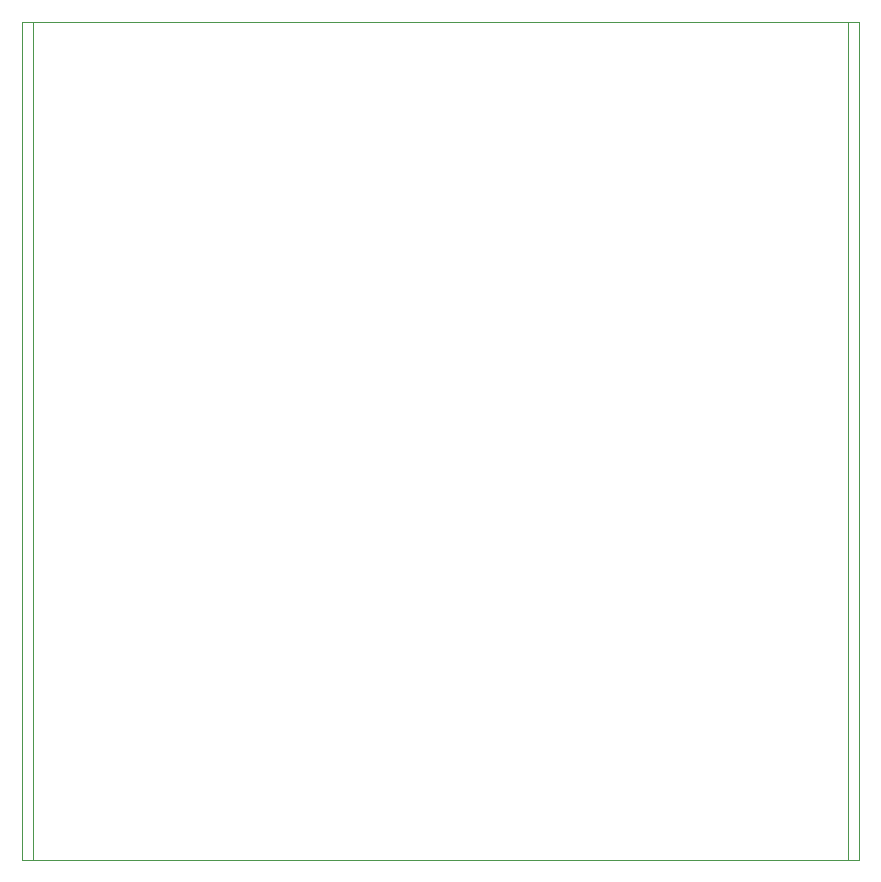
<source format=gbr>
%TF.GenerationSoftware,KiCad,Pcbnew,6.0.6-3a73a75311~116~ubuntu20.04.1*%
%TF.CreationDate,2022-12-23T12:38:23+01:00*%
%TF.ProjectId,base,62617365-2e6b-4696-9361-645f70636258,rev?*%
%TF.SameCoordinates,Original*%
%TF.FileFunction,Profile,NP*%
%FSLAX46Y46*%
G04 Gerber Fmt 4.6, Leading zero omitted, Abs format (unit mm)*
G04 Created by KiCad (PCBNEW 6.0.6-3a73a75311~116~ubuntu20.04.1) date 2022-12-23 12:38:23*
%MOMM*%
%LPD*%
G01*
G04 APERTURE LIST*
%TA.AperFunction,Profile*%
%ADD10C,0.100000*%
%TD*%
G04 APERTURE END LIST*
D10*
X69180000Y-117280000D02*
X70680000Y-117280000D01*
X70180000Y-46280000D02*
X69247675Y-46280000D01*
X140112325Y-117280000D02*
X140112325Y-46280000D01*
X69247675Y-117280000D02*
X70180000Y-117280000D01*
X70680000Y-46280000D02*
X69180000Y-46280000D01*
X139180000Y-46280000D02*
X70180000Y-46280000D01*
X69180000Y-46280000D02*
X69180000Y-117280000D01*
X70180000Y-117280000D02*
X70180000Y-46280000D01*
X139180000Y-117280000D02*
X140112325Y-117280000D01*
X140112325Y-46280000D02*
X139180000Y-46280000D01*
X70180000Y-117280000D02*
X139180000Y-117280000D01*
X139180000Y-46280000D02*
X139180000Y-117280000D01*
X69247675Y-46280000D02*
X69247675Y-117280000D01*
M02*

</source>
